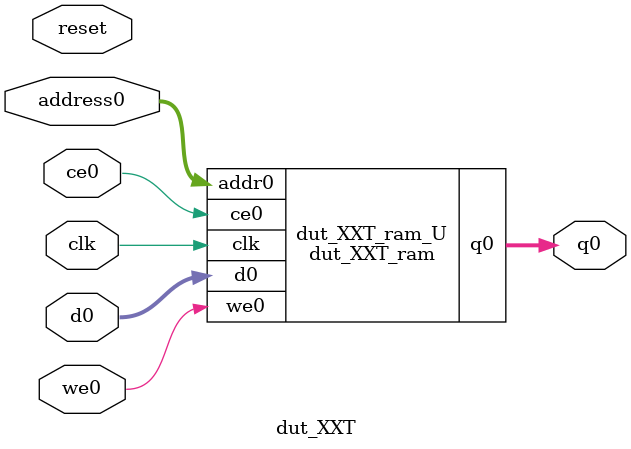
<source format=v>

`timescale 1 ns / 1 ps
module dut_XXT_ram (addr0, ce0, d0, we0, q0,  clk);

parameter DWIDTH = 32;
parameter AWIDTH = 20;
parameter MEM_SIZE = 614656;

input[AWIDTH-1:0] addr0;
input ce0;
input[DWIDTH-1:0] d0;
input we0;
output wire[DWIDTH-1:0] q0;
input clk;

(* ram_style = "block" *)reg [DWIDTH-1:0] ram[MEM_SIZE-1:0];
wire [AWIDTH-1:0] addr0_t0; 
(* EQUIVALENT_REGISTER_REMOVAL="NO" *)reg [AWIDTH-1:0] addr0_t1; 
wire [DWIDTH-1:0] d0_t0; 
wire we0_t0; 
(* EQUIVALENT_REGISTER_REMOVAL="NO" *)reg [DWIDTH-1:0] d0_t1; 
(* EQUIVALENT_REGISTER_REMOVAL="NO" *)reg we0_t1; 
reg [DWIDTH-1:0] q0_t0;
reg [DWIDTH-1:0] q0_t1;


assign addr0_t0 = addr0;
assign d0_t0 = d0;
assign we0_t0 = we0;
assign q0 = q0_t1;

always @(posedge clk)  
begin
    if (ce0) 
    begin
        addr0_t1 <= addr0_t0; 
        d0_t1 <= d0_t0;
        we0_t1 <= we0_t0;
        q0_t1 <= q0_t0;
    end
end


always @(posedge clk)  
begin 
    if (ce0) 
    begin
        if (we0_t1) 
        begin 
            ram[addr0_t1] <= d0_t1; 
            q0_t0 <= d0_t1;
        end 
        else 
            q0_t0 <= ram[addr0_t1];
    end
end


endmodule


`timescale 1 ns / 1 ps
module dut_XXT(
    reset,
    clk,
    address0,
    ce0,
    we0,
    d0,
    q0);

parameter DataWidth = 32'd32;
parameter AddressRange = 32'd614656;
parameter AddressWidth = 32'd20;
input reset;
input clk;
input[AddressWidth - 1:0] address0;
input ce0;
input we0;
input[DataWidth - 1:0] d0;
output[DataWidth - 1:0] q0;



dut_XXT_ram dut_XXT_ram_U(
    .clk( clk ),
    .addr0( address0 ),
    .ce0( ce0 ),
    .d0( d0 ),
    .we0( we0 ),
    .q0( q0 ));

endmodule


</source>
